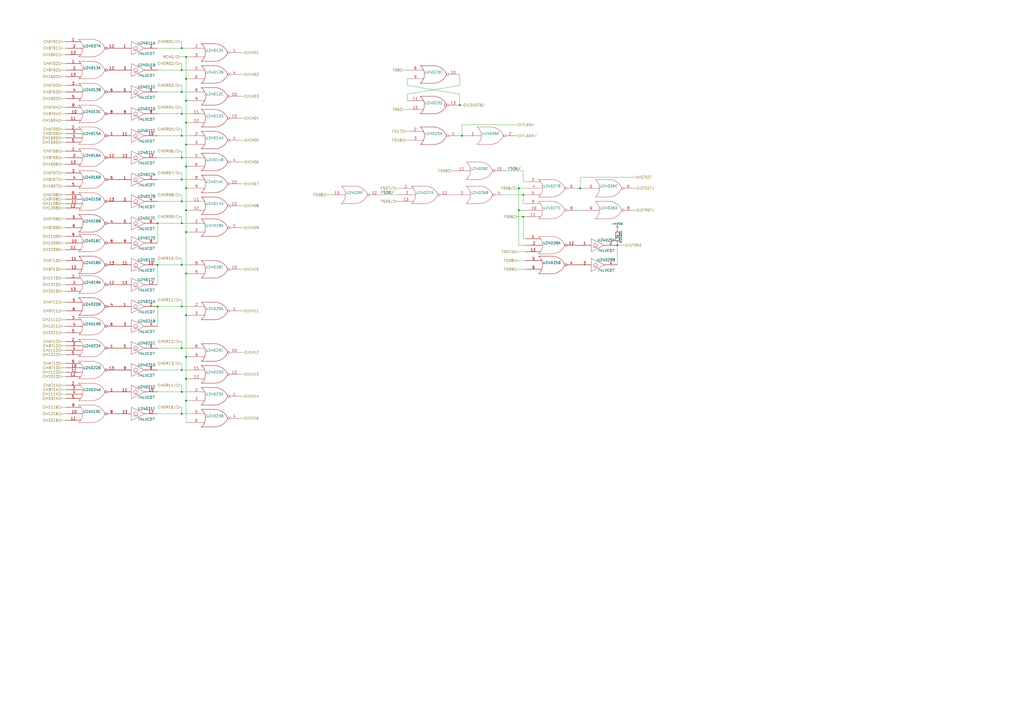
<source format=kicad_sch>
(kicad_sch (version 20211123) (generator eeschema)
  (paper "A2")
  (lib_symbols
    (symbol "agc_kicad_components:+4VSW" (power) (pin_names (offset 0))
      (property "Value" "agc_kicad_components_+4VSW" (at 0 3.556 0))
      (symbol "+4VSW_0_1"
        (polyline (pts (xy -0.762 1.27) (xy 0 2.54)))
        (polyline (pts (xy 0 0) (xy 0 2.54)))
        (polyline (pts (xy 0 2.54) (xy 0.762 1.27)))
      )
      (symbol "+4VSW_1_1"
        (pin power_in line (at 0 0 90) (length 0) hide (name "+4VSW") (number "1"))
      )
    )
    (symbol "agc_kicad_components:74HC02" (pin_names (offset 0.762))
      (property "Reference" "U" (at 0 1.27 0))
      (symbol "74HC02_1_1"
        (arc (start -7.62 -5.08) (mid -5.2708 0) (end -7.62 5.08) (stroke (width 0.2032)))
        (arc (start 0 -5.08) (mid 4.5812 -3.6906) (end 7.62 0) (stroke (width 0.2032)))
        (polyline (pts (xy -7.62 -5.08) (xy 0 -5.08)) (stroke (width 0.2032)))
        (polyline (pts (xy -7.62 5.08) (xy 0 5.08)) (stroke (width 0.2032)))
        (arc (start 7.62 0) (mid 4.5727 3.6819) (end 0 5.08) (stroke (width 0.2032)))
        (pin output inverted (at 15.24 0 180) (length 7.62) (name "~") (number "1"))
        (pin input line (at -15.24 2.54 0) (length 9.398) (name "~") (number "2"))
        (pin input line (at -15.24 -2.54 0) (length 9.398) (name "~") (number "3"))
      )
      (symbol "74HC02_2_1"
        (arc (start -7.62 -5.08) (mid -5.2708 0) (end -7.62 5.08) (stroke (width 0.2032)))
        (arc (start 0 -5.08) (mid 4.5812 -3.6906) (end 7.62 0) (stroke (width 0.2032)))
        (polyline (pts (xy -7.62 -5.08) (xy 0 -5.08)) (stroke (width 0.2032)))
        (polyline (pts (xy -7.62 5.08) (xy 0 5.08)) (stroke (width 0.2032)))
        (arc (start 7.62 0) (mid 4.5727 3.6819) (end 0 5.08) (stroke (width 0.2032)))
        (pin output inverted (at 15.24 0 180) (length 7.62) (name "~") (number "4"))
        (pin input line (at -15.24 2.54 0) (length 9.398) (name "~") (number "5"))
        (pin input line (at -15.24 -2.54 0) (length 9.398) (name "~") (number "6"))
      )
      (symbol "74HC02_3_1"
        (arc (start -7.62 -5.08) (mid -5.2708 0) (end -7.62 5.08) (stroke (width 0.2032)))
        (arc (start 0 -5.08) (mid 4.5812 -3.6906) (end 7.62 0) (stroke (width 0.2032)))
        (polyline (pts (xy -7.62 -5.08) (xy 0 -5.08)) (stroke (width 0.2032)))
        (polyline (pts (xy -7.62 5.08) (xy 0 5.08)) (stroke (width 0.2032)))
        (arc (start 7.62 0) (mid 4.5727 3.6819) (end 0 5.08) (stroke (width 0.2032)))
        (pin output inverted (at 15.24 0 180) (length 7.62) (name "~") (number "10"))
        (pin input line (at -15.24 2.54 0) (length 9.398) (name "~") (number "8"))
        (pin input line (at -15.24 -2.54 0) (length 9.398) (name "~") (number "9"))
      )
      (symbol "74HC02_4_1"
        (arc (start -7.62 -5.08) (mid -5.2708 0) (end -7.62 5.08) (stroke (width 0.2032)))
        (arc (start 0 -5.08) (mid 4.5812 -3.6906) (end 7.62 0) (stroke (width 0.2032)))
        (polyline (pts (xy -7.62 -5.08) (xy 0 -5.08)) (stroke (width 0.2032)))
        (polyline (pts (xy -7.62 5.08) (xy 0 5.08)) (stroke (width 0.2032)))
        (arc (start 7.62 0) (mid 4.5727 3.6819) (end 0 5.08) (stroke (width 0.2032)))
        (pin input line (at -15.24 2.54 0) (length 9.398) (name "~") (number "11"))
        (pin input line (at -15.24 -2.54 0) (length 9.398) (name "~") (number "12"))
        (pin output inverted (at 15.24 0 180) (length 7.62) (name "~") (number "13"))
      )
      (symbol "74HC02_5_0"
        (text "GND" (at 2.54 -3.81 0) (effects (font (size 0.9906 0.9906))))
        (text "VCC" (at 2.54 3.81 0) (effects (font (size 0.9906 0.9906))))
      )
      (symbol "74HC02_5_1"
        (rectangle (start -5.08 2.54) (end 5.08 -2.54))
        (pin power_in line (at 0 6.35 270) (length 3.81) (name "VCC") (number "14"))
        (pin power_in line (at 0 -6.35 90) (length 3.81) (name "GND") (number "7"))
      )
    )
    (symbol "agc_kicad_components:74HC04" (pin_names (offset 0.762))
      (property "Reference" "U" (at 0 1.27 0))
      (symbol "74HC04_1_1"
        (arc (start -7.62 -5.0292) (mid -5.3094 0.0082) (end -7.62 5.0546))
        (arc (start 0 -5.0546) (mid 4.5632 -3.6449) (end 7.5946 0.0508))
        (polyline (pts (xy -7.62 -5.08) (xy 0 -5.08)))
        (polyline (pts (xy -7.62 5.08) (xy 0 5.08)))
        (arc (start 7.62 0) (mid 4.6132 3.6946) (end 0.0508 5.08))
        (pin input line (at -15.24 0 0) (length 9.906) (name "~") (number "1"))
        (pin output inverted (at 15.24 0 180) (length 7.62) (name "~") (number "2"))
      )
      (symbol "74HC04_2_1"
        (arc (start -7.62 -5.0292) (mid -5.3094 0.0082) (end -7.62 5.0546))
        (arc (start 0 -5.0546) (mid 4.5632 -3.6449) (end 7.5946 0.0508))
        (polyline (pts (xy -7.62 -5.08) (xy 0 -5.08)))
        (polyline (pts (xy -7.62 5.08) (xy 0 5.08)))
        (arc (start 7.62 0) (mid 4.6132 3.6946) (end 0.0508 5.08))
        (pin input line (at -15.24 0 0) (length 9.906) (name "~") (number "3"))
        (pin output inverted (at 15.24 0 180) (length 7.62) (name "~") (number "4"))
      )
      (symbol "74HC04_3_1"
        (arc (start -7.62 -5.0292) (mid -5.3094 0.0082) (end -7.62 5.0546))
        (arc (start 0 -5.0546) (mid 4.5632 -3.6449) (end 7.5946 0.0508))
        (polyline (pts (xy -7.62 -5.08) (xy 0 -5.08)))
        (polyline (pts (xy -7.62 5.08) (xy 0 5.08)))
        (arc (start 7.62 0) (mid 4.6132 3.6946) (end 0.0508 5.08))
        (pin input line (at -15.24 0 0) (length 9.906) (name "~") (number "5"))
        (pin output inverted (at 15.24 0 180) (length 7.62) (name "~") (number "6"))
      )
      (symbol "74HC04_4_1"
        (arc (start -7.62 -5.0292) (mid -5.3094 0.0082) (end -7.62 5.0546))
        (arc (start 0 -5.0546) (mid 4.5632 -3.6449) (end 7.5946 0.0508))
        (polyline (pts (xy -7.62 -5.08) (xy 0 -5.08)))
        (polyline (pts (xy -7.62 5.08) (xy 0 5.08)))
        (arc (start 7.62 0) (mid 4.6132 3.6946) (end 0.0508 5.08))
        (pin output inverted (at 15.24 0 180) (length 7.62) (name "~") (number "8"))
        (pin input line (at -15.24 0 0) (length 9.906) (name "~") (number "9"))
      )
      (symbol "74HC04_5_1"
        (arc (start -7.62 -5.0292) (mid -5.3094 0.0082) (end -7.62 5.0546))
        (arc (start 0 -5.0546) (mid 4.5632 -3.6449) (end 7.5946 0.0508))
        (polyline (pts (xy -7.62 -5.08) (xy 0 -5.08)))
        (polyline (pts (xy -7.62 5.08) (xy 0 5.08)))
        (arc (start 7.62 0) (mid 4.6132 3.6946) (end 0.0508 5.08))
        (pin output inverted (at 15.24 0 180) (length 7.62) (name "~") (number "10"))
        (pin input line (at -15.24 0 0) (length 9.906) (name "~") (number "11"))
      )
      (symbol "74HC04_6_1"
        (arc (start -7.62 -5.0292) (mid -5.3094 0.0082) (end -7.62 5.0546))
        (arc (start 0 -5.0546) (mid 4.5632 -3.6449) (end 7.5946 0.0508))
        (polyline (pts (xy -7.62 -5.08) (xy 0 -5.08)))
        (polyline (pts (xy -7.62 5.08) (xy 0 5.08)))
        (arc (start 7.62 0) (mid 4.6132 3.6946) (end 0.0508 5.08))
        (pin output inverted (at 15.24 0 180) (length 7.62) (name "~") (number "12"))
        (pin input line (at -15.24 0 0) (length 9.906) (name "~") (number "13"))
      )
      (symbol "74HC04_7_0"
        (text "GND" (at 2.54 -3.81 0) (effects (font (size 0.9906 0.9906))))
        (text "VCC" (at 2.54 3.81 0) (effects (font (size 0.9906 0.9906))))
      )
      (symbol "74HC04_7_1"
        (rectangle (start -5.08 2.54) (end 5.08 -2.54))
        (pin power_in line (at 0 6.35 270) (length 3.81) (name "VCC") (number "14"))
        (pin power_in line (at 0 -6.35 90) (length 3.81) (name "GND") (number "7"))
      )
    )
    (symbol "agc_kicad_components:74HC27" (pin_names (offset 0.762))
      (property "Reference" "U" (at 0 1.27 0))
      (symbol "74HC27_1_1"
        (arc (start -7.62 -5.0292) (mid -5.3094 0.0082) (end -7.62 5.0546))
        (arc (start 0 -5.0546) (mid 4.5632 -3.6449) (end 7.5946 0.0508))
        (polyline (pts (xy -7.62 -5.08) (xy 0 -5.08)))
        (polyline (pts (xy -7.62 5.08) (xy 0 5.08)))
        (arc (start 7.62 0) (mid 4.6132 3.6946) (end 0.0508 5.08))
        (pin input line (at -15.24 3.81 0) (length 8.763) (name "~") (number "1"))
        (pin output inverted (at 15.24 0 180) (length 7.62) (name "~") (number "12"))
        (pin input line (at -15.24 -3.81 0) (length 8.763) (name "~") (number "13"))
        (pin input line (at -15.24 0 0) (length 9.906) (name "~") (number "2"))
      )
      (symbol "74HC27_2_1"
        (arc (start -7.62 -5.0292) (mid -5.3094 0.0082) (end -7.62 5.0546))
        (arc (start 0 -5.0546) (mid 4.5632 -3.6449) (end 7.5946 0.0508))
        (polyline (pts (xy -7.62 -5.08) (xy 0 -5.08)))
        (polyline (pts (xy -7.62 5.08) (xy 0 5.08)))
        (arc (start 7.62 0) (mid 4.6132 3.6946) (end 0.0508 5.08))
        (pin input line (at -15.24 3.81 0) (length 8.763) (name "~") (number "3"))
        (pin input line (at -15.24 0 0) (length 9.906) (name "~") (number "4"))
        (pin input line (at -15.24 -3.81 0) (length 8.763) (name "~") (number "5"))
        (pin output inverted (at 15.24 0 180) (length 7.62) (name "~") (number "6"))
      )
      (symbol "74HC27_3_1"
        (arc (start -7.62 -5.0292) (mid -5.3094 0.0082) (end -7.62 5.0546))
        (arc (start 0 -5.0546) (mid 4.5632 -3.6449) (end 7.5946 0.0508))
        (polyline (pts (xy -7.62 -5.08) (xy 0 -5.08)))
        (polyline (pts (xy -7.62 5.08) (xy 0 5.08)))
        (arc (start 7.62 0) (mid 4.6132 3.6946) (end 0.0508 5.08))
        (pin input line (at -15.24 0 0) (length 9.906) (name "~") (number "10"))
        (pin input line (at -15.24 -3.81 0) (length 8.763) (name "~") (number "11"))
        (pin output inverted (at 15.24 0 180) (length 7.62) (name "~") (number "8"))
        (pin input line (at -15.24 3.81 0) (length 8.763) (name "~") (number "9"))
      )
      (symbol "74HC27_4_0"
        (text "GND" (at 2.54 -3.81 0) (effects (font (size 0.9906 0.9906))))
        (text "VCC" (at 2.54 3.81 0) (effects (font (size 0.9906 0.9906))))
      )
      (symbol "74HC27_4_1"
        (rectangle (start -5.08 2.54) (end 5.08 -2.54))
        (pin power_in line (at 0 6.35 270) (length 3.81) (name "VCC") (number "14"))
        (pin power_in line (at 0 -6.35 90) (length 3.81) (name "GND") (number "7"))
      )
    )
    (symbol "agc_kicad_components:74HC4002" (pin_names (offset 0.762))
      (property "Reference" "U" (at 0 1.27 0))
      (symbol "74HC4002_1_1"
        (arc (start -7.62 -5.0292) (mid -5.3094 0.0082) (end -7.62 5.0546))
        (arc (start 0 -5.0546) (mid 4.5632 -3.6449) (end 7.5946 0.0508))
        (polyline (pts (xy -7.62 -5.08) (xy 0 -5.08)))
        (polyline (pts (xy -7.62 5.08) (xy 0 5.08)))
        (arc (start 7.62 0) (mid 4.6132 3.6946) (end 0.0508 5.08))
        (pin output inverted (at 15.24 0 180) (length 7.62) (name "~") (number "1"))
        (pin input line (at -15.24 3.81 0) (length 8.509) (name "~") (number "2"))
        (pin input line (at -15.24 1.27 0) (length 9.652) (name "~") (number "3"))
        (pin input line (at -15.24 -1.27 0) (length 9.652) (name "~") (number "4"))
        (pin input line (at -15.24 -3.81 0) (length 8.509) (name "~") (number "5"))
        (pin no_connect line (at -2.54 5.08 90) (length 0) hide (name "NC1") (number "6"))
        (pin no_connect line (at 0 5.08 90) (length 0) hide (name "NC2") (number "8"))
      )
      (symbol "74HC4002_2_1"
        (arc (start -7.62 -5.0292) (mid -5.3094 0.0082) (end -7.62 5.0546))
        (arc (start 0 -5.0546) (mid 4.5632 -3.6449) (end 7.5946 0.0508))
        (polyline (pts (xy -7.62 -5.08) (xy 0 -5.08)))
        (polyline (pts (xy -7.62 5.08) (xy 0 5.08)))
        (arc (start 7.62 0) (mid 4.6132 3.6946) (end 0.0508 5.08))
        (pin input line (at -15.24 1.27 0) (length 9.652) (name "~") (number "10"))
        (pin input line (at -15.24 -1.27 0) (length 9.652) (name "~") (number "11"))
        (pin input line (at -15.24 -3.81 0) (length 8.509) (name "~") (number "12"))
        (pin output inverted (at 15.24 0 180) (length 7.62) (name "~") (number "13"))
        (pin no_connect line (at -2.54 5.08 90) (length 0) hide (name "NC1") (number "6"))
        (pin no_connect line (at 0 5.08 90) (length 0) hide (name "NC2") (number "8"))
        (pin input line (at -15.24 3.81 0) (length 8.509) (name "~") (number "9"))
      )
      (symbol "74HC4002_3_0"
        (text "GND" (at 2.54 -3.81 0) (effects (font (size 0.9906 0.9906))))
        (text "VCC" (at 2.54 3.81 0) (effects (font (size 0.9906 0.9906))))
      )
      (symbol "74HC4002_3_1"
        (rectangle (start -5.08 2.54) (end 5.08 -2.54))
        (pin power_in line (at 0 6.35 270) (length 3.81) (name "VCC") (number "14"))
        (pin power_in line (at 0 -6.35 90) (length 3.81) (name "GND") (number "7"))
      )
    )
    (symbol "agc_kicad_components:74LVC07" (pin_names (offset 0.762))
      (property "Reference" "U" (at 0 1.27 0))
      (symbol "74LVC07_1_0"
        (polyline (pts (xy -3.81 3.81) (xy -3.81 -3.81) (xy 3.81 0) (xy -3.81 3.81)))
      )
      (symbol "74LVC07_1_1"
        (polyline (pts (xy -2.54 -1.27) (xy 0 -1.27)))
        (polyline (pts (xy -1.27 1.27) (xy -2.54 0) (xy -1.27 -1.27) (xy 0 0) (xy -1.27 1.27)))
        (pin input line (at -11.43 0 0) (length 7.62) (name "~") (number "1"))
        (pin open_collector line (at 11.43 0 180) (length 7.62) (name "~") (number "2"))
      )
      (symbol "74LVC07_2_0"
        (polyline (pts (xy -3.81 3.81) (xy -3.81 -3.81) (xy 3.81 0) (xy -3.81 3.81)))
      )
      (symbol "74LVC07_2_1"
        (polyline (pts (xy -2.54 -1.27) (xy 0 -1.27)))
        (polyline (pts (xy -1.27 1.27) (xy -2.54 0) (xy -1.27 -1.27) (xy 0 0) (xy -1.27 1.27)))
        (pin input line (at -11.43 0 0) (length 7.62) (name "~") (number "3"))
        (pin open_collector line (at 11.43 0 180) (length 7.62) (name "~") (number "4"))
      )
      (symbol "74LVC07_3_0"
        (polyline (pts (xy -3.81 3.81) (xy -3.81 -3.81) (xy 3.81 0) (xy -3.81 3.81)))
      )
      (symbol "74LVC07_3_1"
        (polyline (pts (xy -2.54 -1.27) (xy 0 -1.27)))
        (polyline (pts (xy -1.27 1.27) (xy -2.54 0) (xy -1.27 -1.27) (xy 0 0) (xy -1.27 1.27)))
        (pin input line (at -11.43 0 0) (length 7.62) (name "~") (number "5"))
        (pin open_collector line (at 11.43 0 180) (length 7.62) (name "~") (number "6"))
      )
      (symbol "74LVC07_4_0"
        (polyline (pts (xy -3.81 3.81) (xy -3.81 -3.81) (xy 3.81 0) (xy -3.81 3.81)))
      )
      (symbol "74LVC07_4_1"
        (polyline (pts (xy -2.54 -1.27) (xy 0 -1.27)))
        (polyline (pts (xy -1.27 1.27) (xy -2.54 0) (xy -1.27 -1.27) (xy 0 0) (xy -1.27 1.27)))
        (pin open_collector line (at 11.43 0 180) (length 7.62) (name "~") (number "8"))
        (pin input line (at -11.43 0 0) (length 7.62) (name "~") (number "9"))
      )
      (symbol "74LVC07_5_0"
        (polyline (pts (xy -3.81 3.81) (xy -3.81 -3.81) (xy 3.81 0) (xy -3.81 3.81)))
      )
      (symbol "74LVC07_5_1"
        (polyline (pts (xy -2.54 -1.27) (xy 0 -1.27)))
        (polyline (pts (xy -1.27 1.27) (xy -2.54 0) (xy -1.27 -1.27) (xy 0 0) (xy -1.27 1.27)))
        (pin open_collector line (at 11.43 0 180) (length 7.62) (name "~") (number "10"))
        (pin input line (at -11.43 0 0) (length 7.62) (name "~") (number "11"))
      )
      (symbol "74LVC07_6_0"
        (polyline (pts (xy -3.81 3.81) (xy -3.81 -3.81) (xy 3.81 0) (xy -3.81 3.81)))
      )
      (symbol "74LVC07_6_1"
        (polyline (pts (xy -2.54 -1.27) (xy 0 -1.27)))
        (polyline (pts (xy -1.27 1.27) (xy -2.54 0) (xy -1.27 -1.27) (xy 0 0) (xy -1.27 1.27)))
        (pin open_collector line (at 11.43 0 180) (length 7.62) (name "~") (number "12"))
        (pin input line (at -11.43 0 0) (length 7.62) (name "~") (number "13"))
      )
      (symbol "74LVC07_7_0"
        (rectangle (start -5.08 2.54) (end 5.08 -2.54))
        (text "GND" (at 2.54 -3.81 0) (effects (font (size 0.9906 0.9906))))
        (text "VCC" (at 2.54 3.81 0) (effects (font (size 0.9906 0.9906))))
      )
      (symbol "74LVC07_7_1"
        (pin power_in line (at 0 6.35 270) (length 3.81) (name "VCC") (number "14"))
        (pin power_in line (at 0 -6.35 90) (length 3.81) (name "GND") (number "7"))
      )
    )
    (symbol "inout_vii-rescue:R-device" (pin_numbers hide) (pin_names (offset 0))
      (property "Reference" "R" (at 2.032 0 90))
      (property "Value" "R-device" (at 0 0 90))
      (symbol "R-device_0_1"
        (rectangle (start -1.016 -2.54) (end 1.016 2.54) (stroke (width 0.254)))
      )
      (symbol "R-device_1_1"
        (pin passive line (at 0 3.81 270) (length 1.27) (name "~") (number "1"))
        (pin passive line (at 0 -3.81 90) (length 1.27) (name "~") (number "2"))
      )
    )
  )
  (junction (at 107.95 109.22))
  (junction (at 105.41 201.93))
  (junction (at 107.95 134.62))
  (junction (at 105.41 227.33))
  (junction (at 107.95 58.42))
  (junction (at 105.41 40.64))
  (junction (at 107.95 121.92))
  (junction (at 105.41 177.8))
  (junction (at 267.97 78.74))
  (junction (at 358.14 142.24))
  (junction (at 105.41 214.63))
  (junction (at 105.41 27.94))
  (junction (at 105.41 153.67))
  (junction (at 105.41 66.04))
  (junction (at 107.95 158.75))
  (junction (at 303.53 113.03))
  (junction (at 303.53 125.73))
  (junction (at 107.95 33.02))
  (junction (at 266.7 60.96))
  (junction (at 107.95 83.82))
  (junction (at 107.95 219.71))
  (junction (at 91.44 153.67))
  (junction (at 105.41 53.34))
  (junction (at 107.95 45.72))
  (junction (at 107.95 96.52))
  (junction (at 107.95 232.41))
  (junction (at 105.41 129.54))
  (junction (at 105.41 91.44))
  (junction (at 107.95 71.12))
  (junction (at 91.44 129.54))
  (junction (at 107.95 182.88))
  (junction (at 105.41 116.84))
  (junction (at 105.41 78.74))
  (junction (at 300.99 109.22))
  (junction (at 336.55 109.22))
  (junction (at 105.41 240.03))
  (junction (at 107.95 207.01))
  (junction (at 300.99 121.92))
  (junction (at 91.44 177.8))
  (junction (at 105.41 104.14))
  (wire (pts (xy 35.56 74.93) (xy 38.1 74.93)))
  (wire (pts (xy 35.56 213.36) (xy 38.1 213.36)))
  (wire (pts (xy 233.68 63.5) (xy 236.22 63.5)))
  (wire (pts (xy 35.56 243.84) (xy 38.1 243.84)))
  (wire (pts (xy 107.95 121.92) (xy 107.95 134.62)))
  (wire (pts (xy 266.7 54.61) (xy 236.22 49.53)))
  (wire (pts (xy 358.14 142.24) (xy 363.22 142.24)))
  (wire (pts (xy 107.95 83.82) (xy 107.95 96.52)))
  (wire (pts (xy 91.44 116.84) (xy 105.41 116.84)))
  (wire (pts (xy 104.14 125.73) (xy 105.41 125.73)))
  (wire (pts (xy 336.55 109.22) (xy 337.82 109.22)))
  (wire (pts (xy 358.14 140.97) (xy 358.14 142.24)))
  (wire (pts (xy 107.95 58.42) (xy 109.22 58.42)))
  (wire (pts (xy 104.14 33.02) (xy 107.95 33.02)))
  (wire (pts (xy 299.72 151.13) (xy 304.8 151.13)))
  (wire (pts (xy 104.14 49.53) (xy 105.41 49.53)))
  (wire (pts (xy 91.44 140.97) (xy 91.44 129.54)))
  (wire (pts (xy 105.41 153.67) (xy 109.22 153.67)))
  (wire (pts (xy 303.53 105.41) (xy 303.53 99.06)))
  (wire (pts (xy 91.44 189.23) (xy 91.44 177.8)))
  (wire (pts (xy 35.56 44.45) (xy 38.1 44.45)))
  (wire (pts (xy 261.62 99.06) (xy 262.89 99.06)))
  (wire (pts (xy 35.56 113.03) (xy 38.1 113.03)))
  (wire (pts (xy 35.56 205.74) (xy 38.1 205.74)))
  (wire (pts (xy 91.44 78.74) (xy 105.41 78.74)))
  (wire (pts (xy 336.55 102.87) (xy 369.57 102.87)))
  (wire (pts (xy 35.56 115.57) (xy 38.1 115.57)))
  (wire (pts (xy 104.14 74.93) (xy 105.41 74.93)))
  (wire (pts (xy 107.95 158.75) (xy 107.95 182.88)))
  (wire (pts (xy 35.56 49.53) (xy 38.1 49.53)))
  (wire (pts (xy 142.24 229.87) (xy 139.7 229.87)))
  (wire (pts (xy 358.14 142.24) (xy 358.14 153.67)))
  (wire (pts (xy 105.41 40.64) (xy 109.22 40.64)))
  (wire (pts (xy 104.14 113.03) (xy 105.41 113.03)))
  (wire (pts (xy 104.14 149.86) (xy 105.41 149.86)))
  (wire (pts (xy 105.41 173.99) (xy 105.41 177.8)))
  (wire (pts (xy 105.41 149.86) (xy 105.41 153.67)))
  (wire (pts (xy 91.44 40.64) (xy 105.41 40.64)))
  (wire (pts (xy 142.24 106.68) (xy 139.7 106.68)))
  (wire (pts (xy 300.99 121.92) (xy 304.8 121.92)))
  (wire (pts (xy 35.56 57.15) (xy 38.1 57.15)))
  (wire (pts (xy 267.97 72.39) (xy 300.99 72.39)))
  (wire (pts (xy 303.53 118.11) (xy 304.8 118.11)))
  (wire (pts (xy 107.95 232.41) (xy 107.95 245.11)))
  (wire (pts (xy 107.95 109.22) (xy 109.22 109.22)))
  (wire (pts (xy 236.22 54.61) (xy 236.22 58.42)))
  (wire (pts (xy 104.14 223.52) (xy 105.41 223.52)))
  (wire (pts (xy 107.95 219.71) (xy 107.95 232.41)))
  (wire (pts (xy 303.53 105.41) (xy 304.8 105.41)))
  (wire (pts (xy 104.14 100.33) (xy 105.41 100.33)))
  (wire (pts (xy 107.95 96.52) (xy 109.22 96.52)))
  (wire (pts (xy 35.56 140.97) (xy 38.1 140.97)))
  (wire (pts (xy 142.24 242.57) (xy 139.7 242.57)))
  (wire (pts (xy 35.56 203.2) (xy 38.1 203.2)))
  (wire (pts (xy 35.56 137.16) (xy 38.1 137.16)))
  (wire (pts (xy 107.95 71.12) (xy 109.22 71.12)))
  (wire (pts (xy 107.95 121.92) (xy 109.22 121.92)))
  (wire (pts (xy 91.44 91.44) (xy 105.41 91.44)))
  (wire (pts (xy 91.44 227.33) (xy 105.41 227.33)))
  (wire (pts (xy 368.3 121.92) (xy 369.57 121.92)))
  (wire (pts (xy 105.41 240.03) (xy 109.22 240.03)))
  (wire (pts (xy 105.41 214.63) (xy 109.22 214.63)))
  (wire (pts (xy 142.24 119.38) (xy 139.7 119.38)))
  (wire (pts (xy 220.98 113.03) (xy 231.14 113.03)))
  (wire (pts (xy 105.41 177.8) (xy 109.22 177.8)))
  (wire (pts (xy 35.56 31.75) (xy 38.1 31.75)))
  (wire (pts (xy 35.56 77.47) (xy 38.1 77.47)))
  (wire (pts (xy 107.95 33.02) (xy 109.22 33.02)))
  (wire (pts (xy 107.95 134.62) (xy 107.95 158.75)))
  (wire (pts (xy 233.68 40.64) (xy 236.22 40.64)))
  (wire (pts (xy 105.41 198.12) (xy 105.41 201.93)))
  (wire (pts (xy 35.56 104.14) (xy 38.1 104.14)))
  (wire (pts (xy 299.72 156.21) (xy 304.8 156.21)))
  (wire (pts (xy 107.95 134.62) (xy 109.22 134.62)))
  (wire (pts (xy 107.95 109.22) (xy 107.95 121.92)))
  (wire (pts (xy 35.56 223.52) (xy 38.1 223.52)))
  (wire (pts (xy 229.87 116.84) (xy 231.14 116.84)))
  (wire (pts (xy 35.56 132.08) (xy 38.1 132.08)))
  (wire (pts (xy 303.53 113.03) (xy 304.8 113.03)))
  (wire (pts (xy 300.99 109.22) (xy 304.8 109.22)))
  (wire (pts (xy 107.95 45.72) (xy 107.95 58.42)))
  (wire (pts (xy 142.24 55.88) (xy 139.7 55.88)))
  (wire (pts (xy 105.41 87.63) (xy 105.41 91.44)))
  (wire (pts (xy 104.14 62.23) (xy 105.41 62.23)))
  (wire (pts (xy 104.14 236.22) (xy 105.41 236.22)))
  (wire (pts (xy 35.56 69.85) (xy 38.1 69.85)))
  (wire (pts (xy 35.56 62.23) (xy 38.1 62.23)))
  (wire (pts (xy 300.99 121.92) (xy 300.99 142.24)))
  (wire (pts (xy 35.56 100.33) (xy 38.1 100.33)))
  (wire (pts (xy 266.7 78.74) (xy 267.97 78.74)))
  (wire (pts (xy 105.41 129.54) (xy 109.22 129.54)))
  (wire (pts (xy 107.95 45.72) (xy 109.22 45.72)))
  (wire (pts (xy 267.97 78.74) (xy 269.24 78.74)))
  (wire (pts (xy 293.37 113.03) (xy 303.53 113.03)))
  (wire (pts (xy 105.41 53.34) (xy 109.22 53.34)))
  (wire (pts (xy 266.7 49.53) (xy 236.22 54.61)))
  (wire (pts (xy 303.53 99.06) (xy 293.37 99.06)))
  (wire (pts (xy 303.53 125.73) (xy 304.8 125.73)))
  (wire (pts (xy 261.62 113.03) (xy 262.89 113.03)))
  (wire (pts (xy 229.87 109.22) (xy 231.14 109.22)))
  (wire (pts (xy 105.41 113.03) (xy 105.41 116.84)))
  (wire (pts (xy 35.56 180.34) (xy 38.1 180.34)))
  (wire (pts (xy 142.24 180.34) (xy 139.7 180.34)))
  (wire (pts (xy 142.24 81.28) (xy 139.7 81.28)))
  (wire (pts (xy 35.56 127) (xy 38.1 127)))
  (wire (pts (xy 35.56 151.13) (xy 38.1 151.13)))
  (wire (pts (xy 142.24 156.21) (xy 139.7 156.21)))
  (wire (pts (xy 299.72 125.73) (xy 303.53 125.73)))
  (wire (pts (xy 91.44 240.03) (xy 105.41 240.03)))
  (wire (pts (xy 35.56 36.83) (xy 38.1 36.83)))
  (wire (pts (xy 105.41 36.83) (xy 105.41 40.64)))
  (wire (pts (xy 35.56 107.95) (xy 38.1 107.95)))
  (wire (pts (xy 91.44 104.14) (xy 105.41 104.14)))
  (wire (pts (xy 35.56 120.65) (xy 38.1 120.65)))
  (wire (pts (xy 35.56 215.9) (xy 38.1 215.9)))
  (wire (pts (xy 236.22 49.53) (xy 236.22 45.72)))
  (wire (pts (xy 299.72 146.05) (xy 304.8 146.05)))
  (wire (pts (xy 105.41 223.52) (xy 105.41 227.33)))
  (wire (pts (xy 91.44 165.1) (xy 91.44 153.67)))
  (wire (pts (xy 105.41 227.33) (xy 109.22 227.33)))
  (wire (pts (xy 35.56 82.55) (xy 38.1 82.55)))
  (wire (pts (xy 299.72 78.74) (xy 300.99 78.74)))
  (wire (pts (xy 105.41 91.44) (xy 109.22 91.44)))
  (wire (pts (xy 142.24 217.17) (xy 139.7 217.17)))
  (wire (pts (xy 35.56 189.23) (xy 38.1 189.23)))
  (wire (pts (xy 267.97 78.74) (xy 267.97 72.39)))
  (wire (pts (xy 35.56 80.01) (xy 38.1 80.01)))
  (wire (pts (xy 35.56 175.26) (xy 38.1 175.26)))
  (wire (pts (xy 266.7 60.96) (xy 266.7 54.61)))
  (wire (pts (xy 91.44 153.67) (xy 105.41 153.67)))
  (wire (pts (xy 35.56 118.11) (xy 38.1 118.11)))
  (wire (pts (xy 35.56 193.04) (xy 38.1 193.04)))
  (wire (pts (xy 105.41 104.14) (xy 109.22 104.14)))
  (wire (pts (xy 234.95 76.2) (xy 236.22 76.2)))
  (wire (pts (xy 189.23 113.03) (xy 190.5 113.03)))
  (wire (pts (xy 105.41 236.22) (xy 105.41 240.03)))
  (wire (pts (xy 35.56 236.22) (xy 38.1 236.22)))
  (wire (pts (xy 35.56 228.6) (xy 38.1 228.6)))
  (wire (pts (xy 107.95 58.42) (xy 107.95 71.12)))
  (wire (pts (xy 142.24 132.08) (xy 139.7 132.08)))
  (wire (pts (xy 104.14 198.12) (xy 105.41 198.12)))
  (wire (pts (xy 107.95 182.88) (xy 109.22 182.88)))
  (wire (pts (xy 104.14 210.82) (xy 105.41 210.82)))
  (wire (pts (xy 105.41 210.82) (xy 105.41 214.63)))
  (wire (pts (xy 142.24 68.58) (xy 139.7 68.58)))
  (wire (pts (xy 105.41 100.33) (xy 105.41 104.14)))
  (wire (pts (xy 35.56 156.21) (xy 38.1 156.21)))
  (wire (pts (xy 35.56 53.34) (xy 38.1 53.34)))
  (wire (pts (xy 107.95 245.11) (xy 109.22 245.11)))
  (wire (pts (xy 107.95 33.02) (xy 107.95 45.72)))
  (wire (pts (xy 35.56 24.13) (xy 38.1 24.13)))
  (wire (pts (xy 91.44 129.54) (xy 105.41 129.54)))
  (wire (pts (xy 303.53 138.43) (xy 304.8 138.43)))
  (wire (pts (xy 91.44 66.04) (xy 105.41 66.04)))
  (wire (pts (xy 266.7 60.96) (xy 269.24 60.96)))
  (wire (pts (xy 303.53 125.73) (xy 303.53 138.43)))
  (wire (pts (xy 35.56 144.78) (xy 38.1 144.78)))
  (wire (pts (xy 105.41 66.04) (xy 109.22 66.04)))
  (wire (pts (xy 335.28 121.92) (xy 337.82 121.92)))
  (wire (pts (xy 299.72 109.22) (xy 300.99 109.22)))
  (wire (pts (xy 35.56 198.12) (xy 38.1 198.12)))
  (wire (pts (xy 234.95 81.28) (xy 236.22 81.28)))
  (wire (pts (xy 107.95 158.75) (xy 109.22 158.75)))
  (wire (pts (xy 107.95 71.12) (xy 107.95 83.82)))
  (wire (pts (xy 105.41 74.93) (xy 105.41 78.74)))
  (wire (pts (xy 107.95 182.88) (xy 107.95 207.01)))
  (wire (pts (xy 107.95 219.71) (xy 109.22 219.71)))
  (wire (pts (xy 104.14 36.83) (xy 105.41 36.83)))
  (wire (pts (xy 91.44 214.63) (xy 105.41 214.63)))
  (wire (pts (xy 104.14 24.13) (xy 105.41 24.13)))
  (wire (pts (xy 35.56 185.42) (xy 38.1 185.42)))
  (wire (pts (xy 91.44 177.8) (xy 105.41 177.8)))
  (wire (pts (xy 105.41 201.93) (xy 109.22 201.93)))
  (wire (pts (xy 105.41 78.74) (xy 109.22 78.74)))
  (wire (pts (xy 35.56 66.04) (xy 38.1 66.04)))
  (wire (pts (xy 105.41 62.23) (xy 105.41 66.04)))
  (wire (pts (xy 35.56 218.44) (xy 38.1 218.44)))
  (wire (pts (xy 142.24 93.98) (xy 139.7 93.98)))
  (wire (pts (xy 105.41 49.53) (xy 105.41 53.34)))
  (wire (pts (xy 35.56 165.1) (xy 38.1 165.1)))
  (wire (pts (xy 35.56 210.82) (xy 38.1 210.82)))
  (wire (pts (xy 105.41 24.13) (xy 105.41 27.94)))
  (wire (pts (xy 105.41 27.94) (xy 109.22 27.94)))
  (wire (pts (xy 142.24 30.48) (xy 139.7 30.48)))
  (wire (pts (xy 368.3 109.22) (xy 369.57 109.22)))
  (wire (pts (xy 104.14 87.63) (xy 105.41 87.63)))
  (wire (pts (xy 107.95 83.82) (xy 109.22 83.82)))
  (wire (pts (xy 107.95 232.41) (xy 109.22 232.41)))
  (wire (pts (xy 35.56 40.64) (xy 38.1 40.64)))
  (wire (pts (xy 142.24 43.18) (xy 139.7 43.18)))
  (wire (pts (xy 91.44 27.94) (xy 105.41 27.94)))
  (wire (pts (xy 142.24 204.47) (xy 139.7 204.47)))
  (wire (pts (xy 35.56 95.25) (xy 38.1 95.25)))
  (wire (pts (xy 35.56 200.66) (xy 38.1 200.66)))
  (wire (pts (xy 105.41 116.84) (xy 109.22 116.84)))
  (wire (pts (xy 300.99 142.24) (xy 304.8 142.24)))
  (wire (pts (xy 107.95 207.01) (xy 109.22 207.01)))
  (wire (pts (xy 300.99 109.22) (xy 300.99 121.92)))
  (wire (pts (xy 266.7 43.18) (xy 266.7 49.53)))
  (wire (pts (xy 35.56 27.94) (xy 38.1 27.94)))
  (wire (pts (xy 91.44 53.34) (xy 105.41 53.34)))
  (wire (pts (xy 35.56 226.06) (xy 38.1 226.06)))
  (wire (pts (xy 35.56 91.44) (xy 38.1 91.44)))
  (wire (pts (xy 336.55 109.22) (xy 336.55 102.87)))
  (wire (pts (xy 335.28 109.22) (xy 336.55 109.22)))
  (wire (pts (xy 35.56 161.29) (xy 38.1 161.29)))
  (wire (pts (xy 35.56 231.14) (xy 38.1 231.14)))
  (wire (pts (xy 104.14 173.99) (xy 105.41 173.99)))
  (wire (pts (xy 105.41 125.73) (xy 105.41 129.54)))
  (wire (pts (xy 35.56 240.03) (xy 38.1 240.03)))
  (wire (pts (xy 35.56 87.63) (xy 38.1 87.63)))
  (wire (pts (xy 303.53 113.03) (xy 303.53 118.11)))
  (wire (pts (xy 35.56 168.91) (xy 38.1 168.91)))
  (wire (pts (xy 107.95 207.01) (xy 107.95 219.71)))
  (wire (pts (xy 91.44 201.93) (xy 105.41 201.93)))
  (wire (pts (xy 107.95 96.52) (xy 107.95 109.22)))
  (label "FS08/" (at 220.98 113.03 0) (effects (font (size 1.524 1.524))))
  (label "FS06/" (at 294.64 99.06 0) (effects (font (size 1.524 1.524))))
  (hierarchical_label "CHOR03/" (shape input) (at 104.14 49.53 180) (effects (font (size 1.524 1.524))))
  (hierarchical_label "CH09" (shape output) (at 142.24 132.08 0) (effects (font (size 1.524 1.524))))
  (hierarchical_label "CH10" (shape output) (at 142.24 156.21 0) (effects (font (size 1.524 1.524))))
  (hierarchical_label "CH1602" (shape input) (at 35.56 44.45 180) (effects (font (size 1.524 1.524))))
  (hierarchical_label "CH3316" (shape input) (at 35.56 243.84 180) (effects (font (size 1.524 1.524))))
  (hierarchical_label "CH13" (shape output) (at 142.24 217.17 0) (effects (font (size 1.524 1.524))))
  (hierarchical_label "CH12" (shape output) (at 142.24 204.47 0) (effects (font (size 1.524 1.524))))
  (hierarchical_label "CH14" (shape output) (at 142.24 229.87 0) (effects (font (size 1.524 1.524))))
  (hierarchical_label "RCHG/" (shape input) (at 104.14 33.02 180) (effects (font (size 1.524 1.524))))
  (hierarchical_label "CHBT11" (shape input) (at 35.56 180.34 180) (effects (font (size 1.524 1.524))))
  (hierarchical_label "CHAT01" (shape input) (at 35.56 24.13 180) (effects (font (size 1.524 1.524))))
  (hierarchical_label "CHOR12/" (shape input) (at 104.14 198.12 180) (effects (font (size 1.524 1.524))))
  (hierarchical_label "CHBT02" (shape input) (at 35.56 40.64 180) (effects (font (size 1.524 1.524))))
  (hierarchical_label "CH1605" (shape input) (at 35.56 80.01 180) (effects (font (size 1.524 1.524))))
  (hierarchical_label "CH3314" (shape input) (at 35.56 231.14 180) (effects (font (size 1.524 1.524))))
  (hierarchical_label "FS17" (shape input) (at 234.95 76.2 180) (effects (font (size 1.524 1.524))))
  (hierarchical_label "T08" (shape input) (at 233.68 40.64 180) (effects (font (size 1.524 1.524))))
  (hierarchical_label "FS07A" (shape input) (at 299.72 146.05 180) (effects (font (size 1.524 1.524))))
  (hierarchical_label "CH1603" (shape input) (at 35.56 57.15 180) (effects (font (size 1.524 1.524))))
  (hierarchical_label "CH11" (shape output) (at 142.24 180.34 0) (effects (font (size 1.524 1.524))))
  (hierarchical_label "CHOR08/" (shape input) (at 104.14 113.03 180) (effects (font (size 1.524 1.524))))
  (hierarchical_label "CH1112" (shape input) (at 35.56 203.2 180) (effects (font (size 1.524 1.524))))
  (hierarchical_label "CHBT13" (shape input) (at 35.56 213.36 180) (effects (font (size 1.524 1.524))))
  (hierarchical_label "CHOR11/" (shape input) (at 104.14 173.99 180) (effects (font (size 1.524 1.524))))
  (hierarchical_label "CDUSTB/" (shape output) (at 269.24 60.96 0) (effects (font (size 1.524 1.524))))
  (hierarchical_label "CHBT09" (shape input) (at 35.56 132.08 180) (effects (font (size 1.524 1.524))))
  (hierarchical_label "GTONE" (shape output) (at 363.22 142.24 0) (effects (font (size 1.524 1.524))))
  (hierarchical_label "FS16" (shape input) (at 234.95 81.28 180) (effects (font (size 1.524 1.524))))
  (hierarchical_label "FS09" (shape input) (at 299.72 156.21 180) (effects (font (size 1.524 1.524))))
  (hierarchical_label "CHBT08" (shape input) (at 35.56 115.57 180) (effects (font (size 1.524 1.524))))
  (hierarchical_label "CHAT07" (shape input) (at 35.56 100.33 180) (effects (font (size 1.524 1.524))))
  (hierarchical_label "FS08" (shape input) (at 189.23 113.03 180) (effects (font (size 1.524 1.524))))
  (hierarchical_label "CH1212" (shape input) (at 35.56 205.74 180) (effects (font (size 1.524 1.524))))
  (hierarchical_label "CH16" (shape output) (at 142.24 242.57 0) (effects (font (size 1.524 1.524))))
  (hierarchical_label "FS09/" (shape input) (at 229.87 116.84 180) (effects (font (size 1.524 1.524))))
  (hierarchical_label "CHAT06" (shape input) (at 35.56 87.63 180) (effects (font (size 1.524 1.524))))
  (hierarchical_label "CH04" (shape output) (at 142.24 68.58 0) (effects (font (size 1.524 1.524))))
  (hierarchical_label "FS08" (shape input) (at 299.72 151.13 180) (effects (font (size 1.524 1.524))))
  (hierarchical_label "CH1209" (shape input) (at 35.56 140.97 180) (effects (font (size 1.524 1.524))))
  (hierarchical_label "GTRST/" (shape output) (at 369.57 121.92 0) (effects (font (size 1.524 1.524))))
  (hierarchical_label "CH1210" (shape input) (at 35.56 165.1 180) (effects (font (size 1.524 1.524))))
  (hierarchical_label "CHOR09/" (shape input) (at 104.14 125.73 180) (effects (font (size 1.524 1.524))))
  (hierarchical_label "CHBT05" (shape input) (at 35.56 77.47 180) (effects (font (size 1.524 1.524))))
  (hierarchical_label "CH1114" (shape input) (at 35.56 228.6 180) (effects (font (size 1.524 1.524))))
  (hierarchical_label "CH1607" (shape input) (at 35.56 107.95 180) (effects (font (size 1.524 1.524))))
  (hierarchical_label "CH3313" (shape input) (at 35.56 218.44 180) (effects (font (size 1.524 1.524))))
  (hierarchical_label "CHOR07/" (shape input) (at 104.14 100.33 180) (effects (font (size 1.524 1.524))))
  (hierarchical_label "CHOR01/" (shape input) (at 104.14 24.13 180) (effects (font (size 1.524 1.524))))
  (hierarchical_label "CH1109" (shape input) (at 35.56 137.16 180) (effects (font (size 1.524 1.524))))
  (hierarchical_label "CH1211" (shape input) (at 35.56 189.23 180) (effects (font (size 1.524 1.524))))
  (hierarchical_label "CH1601" (shape input) (at 35.56 31.75 180) (effects (font (size 1.524 1.524))))
  (hierarchical_label "CHAT03" (shape input) (at 35.56 49.53 180) (effects (font (size 1.524 1.524))))
  (hierarchical_label "CHAT14" (shape input) (at 35.56 223.52 180) (effects (font (size 1.524 1.524))))
  (hierarchical_label "CHAT11" (shape input) (at 35.56 175.26 180) (effects (font (size 1.524 1.524))))
  (hierarchical_label "CH1216" (shape input) (at 35.56 240.03 180) (effects (font (size 1.524 1.524))))
  (hierarchical_label "CH07" (shape output) (at 142.24 106.68 0) (effects (font (size 1.524 1.524))))
  (hierarchical_label "CH08" (shape output) (at 142.24 119.38 0) (effects (font (size 1.524 1.524))))
  (hierarchical_label "CHAT08" (shape input) (at 35.56 113.03 180) (effects (font (size 1.524 1.524))))
  (hierarchical_label "CHOR13/" (shape input) (at 104.14 210.82 180) (effects (font (size 1.524 1.524))))
  (hierarchical_label "CH1116" (shape input) (at 35.56 236.22 180) (effects (font (size 1.524 1.524))))
  (hierarchical_label "CHOR05/" (shape input) (at 104.14 74.93 180) (effects (font (size 1.524 1.524))))
  (hierarchical_label "T06" (shape input) (at 233.68 63.5 180) (effects (font (size 1.524 1.524))))
  (hierarchical_label "CHBT12" (shape input) (at 35.56 200.66 180) (effects (font (size 1.524 1.524))))
  (hierarchical_label "CHOR02/" (shape input) (at 104.14 36.83 180) (effects (font (size 1.524 1.524))))
  (hierarchical_label "CHBT06" (shape input) (at 35.56 91.44 180) (effects (font (size 1.524 1.524))))
  (hierarchical_label "CH01" (shape output) (at 142.24 30.48 0) (effects (font (size 1.524 1.524))))
  (hierarchical_label "CHAT13" (shape input) (at 35.56 210.82 180) (effects (font (size 1.524 1.524))))
  (hierarchical_label "CHAT05" (shape input) (at 35.56 74.93 180) (effects (font (size 1.524 1.524))))
  (hierarchical_label "CH1110" (shape input) (at 35.56 161.29 180) (effects (font (size 1.524 1.524))))
  (hierarchical_label "CH05" (shape output) (at 142.24 81.28 0) (effects (font (size 1.524 1.524))))
  (hierarchical_label "CHAT09" (shape input) (at 35.56 127 180) (effects (font (size 1.524 1.524))))
  (hierarchical_label "CHBT07" (shape input) (at 35.56 104.14 180) (effects (font (size 1.524 1.524))))
  (hierarchical_label "CHAT02" (shape input) (at 35.56 36.83 180) (effects (font (size 1.524 1.524))))
  (hierarchical_label "CHOR10/" (shape input) (at 104.14 149.86 180) (effects (font (size 1.524 1.524))))
  (hierarchical_label "CH1604" (shape input) (at 35.56 69.85 180) (effects (font (size 1.524 1.524))))
  (hierarchical_label "FS07/" (shape input) (at 229.87 109.22 180) (effects (font (size 1.524 1.524))))
  (hierarchical_label "CHBT14" (shape input) (at 35.56 226.06 180) (effects (font (size 1.524 1.524))))
  (hierarchical_label "CH1606" (shape input) (at 35.56 95.25 180) (effects (font (size 1.524 1.524))))
  (hierarchical_label "CH1108" (shape input) (at 35.56 118.11 180) (effects (font (size 1.524 1.524))))
  (hierarchical_label "FS06" (shape input) (at 261.62 99.06 180) (effects (font (size 1.524 1.524))))
  (hierarchical_label "CH1111" (shape input) (at 35.56 185.42 180) (effects (font (size 1.524 1.524))))
  (hierarchical_label "CH3210" (shape input) (at 35.56 168.91 180) (effects (font (size 1.524 1.524))))
  (hierarchical_label "CH1208" (shape input) (at 35.56 120.65 180) (effects (font (size 1.524 1.524))))
  (hierarchical_label "FLASH" (shape output) (at 300.99 72.39 0) (effects (font (size 1.524 1.524))))
  (hierarchical_label "CHBT03" (shape input) (at 35.56 53.34 180) (effects (font (size 1.524 1.524))))
  (hierarchical_label "CHOR14/" (shape input) (at 104.14 223.52 180) (effects (font (size 1.524 1.524))))
  (hierarchical_label "CH1113" (shape input) (at 35.56 215.9 180) (effects (font (size 1.524 1.524))))
  (hierarchical_label "GTSET/" (shape output) (at 369.57 109.22 0) (effects (font (size 1.524 1.524))))
  (hierarchical_label "F05B/" (shape input) (at 299.72 109.22 180) (effects (font (size 1.524 1.524))))
  (hierarchical_label "CH02" (shape output) (at 142.24 43.18 0) (effects (font (size 1.524 1.524))))
  (hierarchical_label "CHAT12" (shape input) (at 35.56 198.12 180) (effects (font (size 1.524 1.524))))
  (hierarchical_label "CHOR04/" (shape input) (at 104.14 62.23 180) (effects (font (size 1.524 1.524))))
  (hierarchical_label "CHAT10" (shape input) (at 35.56 151.13 180) (effects (font (size 1.524 1.524))))
  (hierarchical_label "FLASH/" (shape output) (at 300.99 78.74 0) (effects (font (size 1.524 1.524))))
  (hierarchical_label "GTSET" (shape output) (at 369.57 102.87 0) (effects (font (size 1.524 1.524))))
  (hierarchical_label "CHAT04" (shape input) (at 35.56 62.23 180) (effects (font (size 1.524 1.524))))
  (hierarchical_label "CHOR16/" (shape input) (at 104.14 236.22 180) (effects (font (size 1.524 1.524))))
  (hierarchical_label "CHBT01" (shape input) (at 35.56 27.94 180) (effects (font (size 1.524 1.524))))
  (hierarchical_label "CHBT10" (shape input) (at 35.56 156.21 180) (effects (font (size 1.524 1.524))))
  (hierarchical_label "CH1505" (shape input) (at 35.56 82.55 180) (effects (font (size 1.524 1.524))))
  (hierarchical_label "CHOR06/" (shape input) (at 104.14 87.63 180) (effects (font (size 1.524 1.524))))
  (hierarchical_label "CH3311" (shape input) (at 35.56 193.04 180) (effects (font (size 1.524 1.524))))
  (hierarchical_label "CH3209" (shape input) (at 35.56 144.78 180) (effects (font (size 1.524 1.524))))
  (hierarchical_label "CHBT04" (shape input) (at 35.56 66.04 180) (effects (font (size 1.524 1.524))))
  (hierarchical_label "FS06" (shape input) (at 299.72 125.73 180) (effects (font (size 1.524 1.524))))
  (hierarchical_label "CH03" (shape output) (at 142.24 55.88 0) (effects (font (size 1.524 1.524))))
  (hierarchical_label "CH06" (shape output) (at 142.24 93.98 0) (effects (font (size 1.524 1.524))))
  (symbol (lib_id "agc_kicad_components:74HC27") (at 53.34 27.94 0) (unit 1)
    (property "Reference" "U24037" (at 53.34 26.67 0) (effects (font (size 1.524 1.524))))
    (property "Value" "74HC27" (effects hide))
  )
  (symbol (lib_id "agc_kicad_components:74LVC07") (at 80.01 27.94 0) (unit 1)
    (property "Reference" "U24011" (at 84.963 25.019 0) (effects (font (size 1.524 1.524))))
    (property "Value" "74LVC07" (at 84.836 31.115 0) (effects (font (size 1.524 1.524))))
  )
  (symbol (lib_id "agc_kicad_components:74HC02") (at 124.46 30.48 0) (unit 1)
    (property "Reference" "U24012" (at 124.46 29.21 0) (effects (font (size 1.524 1.524))))
    (property "Value" "74HC02" (effects hide))
  )
  (symbol (lib_id "agc_kicad_components:74HC27") (at 53.34 40.64 0) (unit 1)
    (property "Reference" "U24013" (at 53.34 39.37 0) (effects (font (size 1.524 1.524))))
    (property "Value" "74HC27" (effects hide))
  )
  (symbol (lib_id "agc_kicad_components:74LVC07") (at 80.01 40.64 0) (unit 2)
    (property "Reference" "U24011" (at 84.963 37.719 0) (effects (font (size 1.524 1.524))))
    (property "Value" "74LVC07" (at 84.836 43.815 0) (effects (font (size 1.524 1.524))))
  )
  (symbol (lib_id "agc_kicad_components:74HC02") (at 124.46 43.18 0) (unit 2)
    (property "Reference" "U24012" (at 124.46 41.91 0) (effects (font (size 1.524 1.524))))
    (property "Value" "74HC02" (effects hide))
  )
  (symbol (lib_id "agc_kicad_components:74HC27") (at 53.34 53.34 0) (unit 2)
    (property "Reference" "U24013" (at 53.34 52.07 0) (effects (font (size 1.524 1.524))))
    (property "Value" "74HC27" (effects hide))
  )
  (symbol (lib_id "agc_kicad_components:74LVC07") (at 80.01 53.34 0) (unit 3)
    (property "Reference" "U24011" (at 84.963 50.419 0) (effects (font (size 1.524 1.524))))
    (property "Value" "74LVC07" (at 84.836 56.515 0) (effects (font (size 1.524 1.524))))
  )
  (symbol (lib_id "agc_kicad_components:74HC02") (at 124.46 55.88 0) (unit 3)
    (property "Reference" "U24012" (at 124.46 54.61 0) (effects (font (size 1.524 1.524))))
    (property "Value" "74HC02" (effects hide))
  )
  (symbol (lib_id "agc_kicad_components:74HC27") (at 53.34 66.04 0) (unit 3)
    (property "Reference" "U24013" (at 53.34 64.77 0) (effects (font (size 1.524 1.524))))
    (property "Value" "74HC27" (effects hide))
  )
  (symbol (lib_id "agc_kicad_components:74LVC07") (at 80.01 66.04 0) (unit 4)
    (property "Reference" "U24011" (at 84.963 63.119 0) (effects (font (size 1.524 1.524))))
    (property "Value" "74LVC07" (at 84.836 69.215 0) (effects (font (size 1.524 1.524))))
  )
  (symbol (lib_id "agc_kicad_components:74HC02") (at 124.46 68.58 0) (unit 4)
    (property "Reference" "U24012" (at 124.46 67.31 0) (effects (font (size 1.524 1.524))))
    (property "Value" "74HC02" (effects hide))
  )
  (symbol (lib_id "agc_kicad_components:74LVC07") (at 80.01 78.74 0) (unit 5)
    (property "Reference" "U24011" (at 84.963 75.819 0) (effects (font (size 1.524 1.524))))
    (property "Value" "74LVC07" (at 84.836 81.915 0) (effects (font (size 1.524 1.524))))
  )
  (symbol (lib_id "agc_kicad_components:74HC02") (at 124.46 81.28 0) (unit 1)
    (property "Reference" "U24014" (at 124.46 80.01 0) (effects (font (size 1.524 1.524))))
    (property "Value" "74HC02" (effects hide))
  )
  (symbol (lib_id "agc_kicad_components:74HC4002") (at 53.34 78.74 0) (unit 1)
    (property "Reference" "U24015" (at 53.34 77.47 0) (effects (font (size 1.524 1.524))))
    (property "Value" "74HC4002" (effects hide))
  )
  (symbol (lib_id "agc_kicad_components:74HC27") (at 53.34 91.44 0) (unit 1)
    (property "Reference" "U24016" (at 53.34 90.17 0) (effects (font (size 1.524 1.524))))
    (property "Value" "74HC27" (effects hide))
  )
  (symbol (lib_id "agc_kicad_components:74LVC07") (at 80.01 91.44 0) (unit 6)
    (property "Reference" "U24011" (at 84.963 88.519 0) (effects (font (size 1.524 1.524))))
    (property "Value" "74LVC07" (at 84.836 94.615 0) (effects (font (size 1.524 1.524))))
  )
  (symbol (lib_id "agc_kicad_components:74HC02") (at 124.46 93.98 0) (unit 2)
    (property "Reference" "U24014" (at 124.46 92.71 0) (effects (font (size 1.524 1.524))))
    (property "Value" "74HC02" (effects hide))
  )
  (symbol (lib_id "agc_kicad_components:74HC27") (at 53.34 104.14 0) (unit 2)
    (property "Reference" "U24016" (at 53.34 102.87 0) (effects (font (size 1.524 1.524))))
    (property "Value" "74HC27" (effects hide))
  )
  (symbol (lib_id "agc_kicad_components:74LVC07") (at 80.01 104.14 0) (unit 1)
    (property "Reference" "U24017" (at 84.963 101.219 0) (effects (font (size 1.524 1.524))))
    (property "Value" "74LVC07" (at 84.836 107.315 0) (effects (font (size 1.524 1.524))))
  )
  (symbol (lib_id "agc_kicad_components:74HC02") (at 124.46 106.68 0) (unit 3)
    (property "Reference" "U24014" (at 124.46 105.41 0) (effects (font (size 1.524 1.524))))
    (property "Value" "74HC02" (effects hide))
  )
  (symbol (lib_id "agc_kicad_components:74LVC07") (at 80.01 116.84 0) (unit 2)
    (property "Reference" "U24017" (at 84.963 113.919 0) (effects (font (size 1.524 1.524))))
    (property "Value" "74LVC07" (at 84.836 120.015 0) (effects (font (size 1.524 1.524))))
  )
  (symbol (lib_id "agc_kicad_components:74HC02") (at 124.46 119.38 0) (unit 4)
    (property "Reference" "U24014" (at 124.46 118.11 0) (effects (font (size 1.524 1.524))))
    (property "Value" "74HC02" (effects hide))
  )
  (symbol (lib_id "agc_kicad_components:74HC4002") (at 53.34 116.84 0) (unit 2)
    (property "Reference" "U24015" (at 53.34 115.57 0) (effects (font (size 1.524 1.524))))
    (property "Value" "74HC4002" (effects hide))
  )
  (symbol (lib_id "agc_kicad_components:74LVC07") (at 80.01 129.54 0) (unit 3)
    (property "Reference" "U24017" (at 84.963 126.619 0) (effects (font (size 1.524 1.524))))
    (property "Value" "74LVC07" (at 84.836 132.715 0) (effects (font (size 1.524 1.524))))
  )
  (symbol (lib_id "agc_kicad_components:74HC02") (at 124.46 132.08 0) (unit 1)
    (property "Reference" "U24018" (at 124.46 130.81 0) (effects (font (size 1.524 1.524))))
    (property "Value" "74HC02" (effects hide))
  )
  (symbol (lib_id "agc_kicad_components:74HC02") (at 53.34 129.54 0) (unit 2)
    (property "Reference" "U24018" (at 53.34 128.27 0) (effects (font (size 1.524 1.524))))
    (property "Value" "74HC02" (effects hide))
  )
  (symbol (lib_id "agc_kicad_components:74LVC07") (at 80.01 140.97 0) (unit 4)
    (property "Reference" "U24017" (at 84.963 138.049 0) (effects (font (size 1.524 1.524))))
    (property "Value" "74LVC07" (at 84.836 144.145 0) (effects (font (size 1.524 1.524))))
  )
  (symbol (lib_id "agc_kicad_components:74HC27") (at 53.34 140.97 0) (unit 3)
    (property "Reference" "U24016" (at 53.34 139.7 0) (effects (font (size 1.524 1.524))))
    (property "Value" "74HC27" (effects hide))
  )
  (symbol (lib_id "agc_kicad_components:74LVC07") (at 80.01 153.67 0) (unit 5)
    (property "Reference" "U24017" (at 84.963 150.749 0) (effects (font (size 1.524 1.524))))
    (property "Value" "74LVC07" (at 84.836 156.845 0) (effects (font (size 1.524 1.524))))
  )
  (symbol (lib_id "agc_kicad_components:74HC02") (at 124.46 156.21 0) (unit 3)
    (property "Reference" "U24018" (at 124.46 154.94 0) (effects (font (size 1.524 1.524))))
    (property "Value" "74HC02" (effects hide))
  )
  (symbol (lib_id "agc_kicad_components:74HC02") (at 53.34 153.67 0) (unit 4)
    (property "Reference" "U24018" (at 53.34 152.4 0) (effects (font (size 1.524 1.524))))
    (property "Value" "74HC02" (effects hide))
  )
  (symbol (lib_id "agc_kicad_components:74LVC07") (at 80.01 165.1 0) (unit 6)
    (property "Reference" "U24017" (at 84.963 162.179 0) (effects (font (size 1.524 1.524))))
    (property "Value" "74LVC07" (at 84.836 168.275 0) (effects (font (size 1.524 1.524))))
  )
  (symbol (lib_id "agc_kicad_components:74HC27") (at 53.34 165.1 0) (unit 1)
    (property "Reference" "U24019" (at 53.34 163.83 0) (effects (font (size 1.524 1.524))))
    (property "Value" "74HC27" (effects hide))
  )
  (symbol (lib_id "agc_kicad_components:74LVC07") (at 80.01 177.8 0) (unit 1)
    (property "Reference" "U24021" (at 84.963 174.879 0) (effects (font (size 1.524 1.524))))
    (property "Value" "74LVC07" (at 84.836 180.975 0) (effects (font (size 1.524 1.524))))
  )
  (symbol (lib_id "agc_kicad_components:74HC02") (at 124.46 180.34 0) (unit 1)
    (property "Reference" "U24020" (at 124.46 179.07 0) (effects (font (size 1.524 1.524))))
    (property "Value" "74HC02" (effects hide))
  )
  (symbol (lib_id "agc_kicad_components:74HC02") (at 53.34 177.8 0) (unit 2)
    (property "Reference" "U24020" (at 53.34 176.53 0) (effects (font (size 1.524 1.524))))
    (property "Value" "74HC02" (effects hide))
  )
  (symbol (lib_id "agc_kicad_components:74LVC07") (at 80.01 189.23 0) (unit 2)
    (property "Reference" "U24021" (at 84.963 186.309 0) (effects (font (size 1.524 1.524))))
    (property "Value" "74LVC07" (at 84.836 192.405 0) (effects (font (size 1.524 1.524))))
  )
  (symbol (lib_id "agc_kicad_components:74HC27") (at 53.34 189.23 0) (unit 2)
    (property "Reference" "U24019" (at 53.34 187.96 0) (effects (font (size 1.524 1.524))))
    (property "Value" "74HC27" (effects hide))
  )
  (symbol (lib_id "agc_kicad_components:74LVC07") (at 80.01 201.93 0) (unit 3)
    (property "Reference" "U24021" (at 84.963 199.009 0) (effects (font (size 1.524 1.524))))
    (property "Value" "74LVC07" (at 84.836 205.105 0) (effects (font (size 1.524 1.524))))
  )
  (symbol (lib_id "agc_kicad_components:74HC02") (at 124.46 204.47 0) (unit 3)
    (property "Reference" "U24020" (at 124.46 203.2 0) (effects (font (size 1.524 1.524))))
    (property "Value" "74HC02" (effects hide))
  )
  (symbol (lib_id "agc_kicad_components:74HC4002") (at 53.34 201.93 0) (unit 1)
    (property "Reference" "U24022" (at 53.34 200.66 0) (effects (font (size 1.524 1.524))))
    (property "Value" "74HC4002" (effects hide))
  )
  (symbol (lib_id "agc_kicad_components:74LVC07") (at 80.01 214.63 0) (unit 4)
    (property "Reference" "U24021" (at 84.963 211.709 0) (effects (font (size 1.524 1.524))))
    (property "Value" "74LVC07" (at 84.836 217.805 0) (effects (font (size 1.524 1.524))))
  )
  (symbol (lib_id "agc_kicad_components:74HC02") (at 124.46 217.17 0) (unit 4)
    (property "Reference" "U24020" (at 124.46 215.9 0) (effects (font (size 1.524 1.524))))
    (property "Value" "74HC02" (effects hide))
  )
  (symbol (lib_id "agc_kicad_components:74HC4002") (at 53.34 214.63 0) (unit 2)
    (property "Reference" "U24022" (at 53.34 213.36 0) (effects (font (size 1.524 1.524))))
    (property "Value" "74HC4002" (effects hide))
  )
  (symbol (lib_id "agc_kicad_components:74LVC07") (at 80.01 227.33 0) (unit 5)
    (property "Reference" "U24021" (at 84.963 224.409 0) (effects (font (size 1.524 1.524))))
    (property "Value" "74LVC07" (at 84.836 230.505 0) (effects (font (size 1.524 1.524))))
  )
  (symbol (lib_id "agc_kicad_components:74HC02") (at 124.46 229.87 0) (unit 1)
    (property "Reference" "U24023" (at 124.46 228.6 0) (effects (font (size 1.524 1.524))))
    (property "Value" "74HC02" (effects hide))
  )
  (symbol (lib_id "agc_kicad_components:74HC4002") (at 53.34 227.33 0) (unit 1)
    (property "Reference" "U24024" (at 53.34 226.06 0) (effects (font (size 1.524 1.524))))
    (property "Value" "74HC4002" (effects hide))
  )
  (symbol (lib_id "agc_kicad_components:74LVC07") (at 80.01 240.03 0) (unit 6)
    (property "Reference" "U24021" (at 84.963 237.109 0) (effects (font (size 1.524 1.524))))
    (property "Value" "74LVC07" (at 84.836 243.205 0) (effects (font (size 1.524 1.524))))
  )
  (symbol (lib_id "agc_kicad_components:74HC02") (at 124.46 242.57 0) (unit 2)
    (property "Reference" "U24023" (at 124.46 241.3 0) (effects (font (size 1.524 1.524))))
    (property "Value" "74HC02" (effects hide))
  )
  (symbol (lib_id "agc_kicad_components:74HC27") (at 53.34 240.03 0) (unit 3)
    (property "Reference" "U24019" (at 53.34 238.76 0) (effects (font (size 1.524 1.524))))
    (property "Value" "74HC27" (effects hide))
  )
  (symbol (lib_id "agc_kicad_components:74HC02") (at 251.46 43.18 0) (unit 3)
    (property "Reference" "U24023" (at 251.46 41.91 0) (effects (font (size 1.524 1.524))))
    (property "Value" "74HC02" (effects hide))
  )
  (symbol (lib_id "agc_kicad_components:74HC02") (at 251.46 60.96 0) (unit 4)
    (property "Reference" "U24023" (at 251.46 59.69 0) (effects (font (size 1.524 1.524))))
    (property "Value" "74HC02" (effects hide))
    (property "Initial" "1" (at 257.81 60.96 0) (effects (font (size 1.524 1.524) italic)))
  )
  (symbol (lib_id "agc_kicad_components:74HC02") (at 251.46 78.74 0) (unit 1)
    (property "Reference" "U24025" (at 251.46 77.47 0) (effects (font (size 1.524 1.524))))
    (property "Value" "74HC02" (effects hide))
  )
  (symbol (lib_id "agc_kicad_components:74HC04") (at 284.48 78.74 0) (unit 1)
    (property "Reference" "U24026" (at 284.48 77.47 0) (effects (font (size 1.524 1.524))))
    (property "Value" "74HC04" (effects hide))
  )
  (symbol (lib_id "agc_kicad_components:74HC27") (at 246.38 113.03 0) (unit 1)
    (property "Reference" "U24027" (at 246.38 111.76 0) (effects (font (size 1.524 1.524))))
    (property "Value" "74HC27" (effects hide))
  )
  (symbol (lib_id "agc_kicad_components:74HC04") (at 278.13 113.03 0) (unit 2)
    (property "Reference" "U24026" (at 278.13 111.76 0) (effects (font (size 1.524 1.524))))
    (property "Value" "74HC04" (effects hide))
  )
  (symbol (lib_id "agc_kicad_components:74HC27") (at 320.04 109.22 0) (unit 2)
    (property "Reference" "U24027" (at 320.04 107.95 0) (effects (font (size 1.524 1.524))))
    (property "Value" "74HC27" (effects hide))
  )
  (symbol (lib_id "agc_kicad_components:74HC04") (at 353.06 109.22 0) (unit 3)
    (property "Reference" "U24026" (at 353.06 107.95 0) (effects (font (size 1.524 1.524))))
    (property "Value" "74HC04" (effects hide))
  )
  (symbol (lib_id "agc_kicad_components:74HC27") (at 320.04 121.92 0) (unit 3)
    (property "Reference" "U24027" (at 320.04 120.65 0) (effects (font (size 1.524 1.524))))
    (property "Value" "74HC27" (effects hide))
  )
  (symbol (lib_id "agc_kicad_components:74HC27") (at 320.04 142.24 0) (unit 1)
    (property "Reference" "U24028" (at 320.04 140.97 0) (effects (font (size 1.524 1.524))))
    (property "Value" "74HC27" (effects hide))
  )
  (symbol (lib_id "agc_kicad_components:74HC02") (at 320.04 153.67 0) (unit 2)
    (property "Reference" "U24025" (at 320.04 152.4 0) (effects (font (size 1.524 1.524))))
    (property "Value" "74HC02" (effects hide))
  )
  (symbol (lib_id "agc_kicad_components:74LVC07") (at 346.71 142.24 0) (unit 1)
    (property "Reference" "U24029" (at 351.663 139.319 0) (effects (font (size 1.524 1.524))))
    (property "Value" "74LVC07" (at 351.536 145.415 0) (effects (font (size 1.524 1.524))))
  )
  (symbol (lib_id "agc_kicad_components:74LVC07") (at 346.71 153.67 0) (unit 2)
    (property "Reference" "U24029" (at 351.663 150.749 0) (effects (font (size 1.524 1.524))))
    (property "Value" "74LVC07" (at 351.536 156.845 0) (effects (font (size 1.524 1.524))))
  )
  (symbol (lib_id "inout_vii-rescue:R-device") (at 358.14 137.16 0) (unit 1)
    (property "Reference" "R24001" (at 360.172 137.16 90))
    (property "Value" "5k" (at 358.14 137.16 90))
  )
  (symbol (lib_id "agc_kicad_components:74HC04") (at 353.06 121.92 0) (unit 4)
    (property "Reference" "U24026" (at 353.06 120.65 0) (effects (font (size 1.524 1.524))))
    (property "Value" "74HC04" (effects hide))
  )
  (symbol (lib_id "agc_kicad_components:74HC04") (at 278.13 99.06 0) (unit 5)
    (property "Reference" "U24026" (at 278.13 97.79 0) (effects (font (size 1.524 1.524))))
    (property "Value" "74HC04" (effects hide))
  )
  (symbol (lib_id "agc_kicad_components:74HC04") (at 205.74 113.03 0) (unit 6)
    (property "Reference" "U24026" (at 205.74 111.76 0) (effects (font (size 1.524 1.524))))
    (property "Value" "74HC04" (effects hide))
  )
  (symbol (lib_id "agc_kicad_components:+4VSW") (at 358.14 133.35 0) (unit 1)
    (property "Reference" "#PWR04" (effects hide))
    (property "Value" "+4VSW" (at 358.14 129.794 0))
  )
)
</source>
